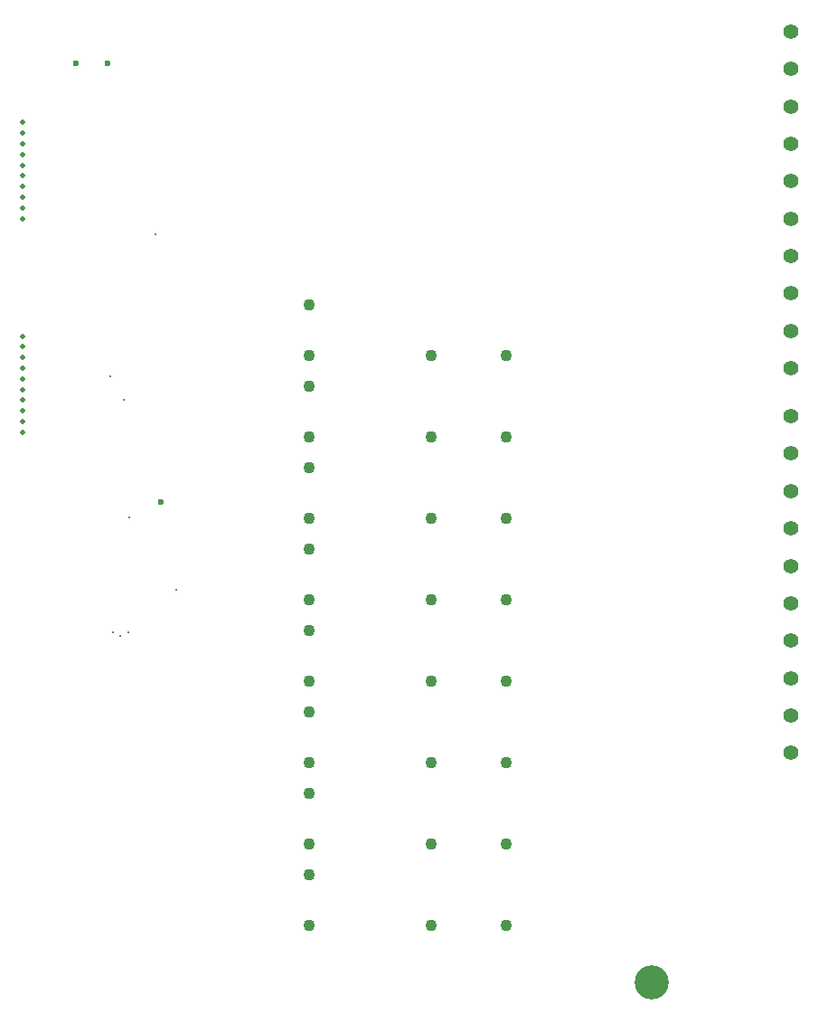
<source format=gbr>
%TF.GenerationSoftware,KiCad,Pcbnew,9.0.0*%
%TF.CreationDate,2025-03-09T10:46:22+03:00*%
%TF.ProjectId,PM_CNV-RQ8,504d5f43-4e56-42d5-9251-382e6b696361,rev?*%
%TF.SameCoordinates,Original*%
%TF.FileFunction,Plated,1,2,PTH,Drill*%
%TF.FilePolarity,Positive*%
%FSLAX46Y46*%
G04 Gerber Fmt 4.6, Leading zero omitted, Abs format (unit mm)*
G04 Created by KiCad (PCBNEW 9.0.0) date 2025-03-09 10:46:22*
%MOMM*%
%LPD*%
G01*
G04 APERTURE LIST*
%TA.AperFunction,ViaDrill*%
%ADD10C,0.300000*%
%TD*%
%TA.AperFunction,ComponentDrill*%
%ADD11C,0.500000*%
%TD*%
%TA.AperFunction,ViaDrill*%
%ADD12C,0.600000*%
%TD*%
%TA.AperFunction,ComponentDrill*%
%ADD13C,1.100000*%
%TD*%
%TA.AperFunction,ComponentDrill*%
%ADD14C,1.400000*%
%TD*%
%TA.AperFunction,ComponentDrill*%
%ADD15C,3.200000*%
%TD*%
G04 APERTURE END LIST*
D10*
X-28774998Y10750000D03*
X-28500000Y-13200000D03*
X-27800000Y-13600000D03*
X-27500000Y8500000D03*
X-27024999Y-13200000D03*
X-27000000Y-2500000D03*
X-24500000Y24000000D03*
X-22555000Y-9250000D03*
D11*
%TO.C,J1*%
X-37000000Y34500000D03*
X-37000000Y33500000D03*
X-37000000Y32500000D03*
X-37000000Y31500000D03*
X-37000000Y30500000D03*
X-37000000Y29500000D03*
X-37000000Y28500000D03*
X-37000000Y27500000D03*
X-37000000Y26500000D03*
X-37000000Y25500000D03*
%TO.C,J20*%
X-37000000Y14500000D03*
X-37000000Y13500000D03*
X-37000000Y12500000D03*
X-37000000Y11500000D03*
X-37000000Y10500000D03*
X-37000000Y9500000D03*
X-37000000Y8500000D03*
X-37000000Y7500000D03*
X-37000000Y6500000D03*
X-37000000Y5500000D03*
%TD*%
D12*
X-32000000Y40000000D03*
X-29000000Y40000000D03*
X-23964866Y-1029918D03*
D13*
%TO.C,K1*%
X-10160000Y17400000D03*
X-10160000Y12700000D03*
%TO.C,K2*%
X-10160000Y9780000D03*
X-10160000Y5080000D03*
%TO.C,K3*%
X-10160000Y2160000D03*
X-10160000Y-2540000D03*
%TO.C,K4*%
X-10160000Y-5460000D03*
X-10160000Y-10160000D03*
%TO.C,K5*%
X-10160000Y-13080000D03*
X-10160000Y-17780000D03*
%TO.C,K6*%
X-10160000Y-20700000D03*
X-10160000Y-25400000D03*
%TO.C,K7*%
X-10160000Y-28320000D03*
X-10160000Y-33020000D03*
%TO.C,K8*%
X-10160000Y-35940000D03*
X-10160000Y-40640000D03*
%TO.C,K1*%
X1340000Y12700000D03*
%TO.C,K2*%
X1340000Y5080000D03*
%TO.C,K3*%
X1340000Y-2540000D03*
%TO.C,K4*%
X1340000Y-10160000D03*
%TO.C,K5*%
X1340000Y-17780000D03*
%TO.C,K6*%
X1340000Y-25400000D03*
%TO.C,K7*%
X1340000Y-33020000D03*
%TO.C,K8*%
X1340000Y-40640000D03*
%TO.C,K1*%
X8340000Y12700000D03*
%TO.C,K2*%
X8340000Y5080000D03*
%TO.C,K3*%
X8340000Y-2540000D03*
%TO.C,K4*%
X8340000Y-10160000D03*
%TO.C,K5*%
X8340000Y-17780000D03*
%TO.C,K6*%
X8340000Y-25400000D03*
%TO.C,K7*%
X8340000Y-33020000D03*
%TO.C,K8*%
X8340000Y-40640000D03*
D14*
%TO.C,J7*%
X35000000Y43000000D03*
X35000000Y39500000D03*
X35000000Y36000000D03*
X35000000Y32500000D03*
X35000000Y29000000D03*
X35000000Y25500000D03*
X35000000Y22000000D03*
X35000000Y18500000D03*
X35000000Y15000000D03*
X35000000Y11500000D03*
%TO.C,J8*%
X35000000Y7000000D03*
X35000000Y3500000D03*
X35000000Y0D03*
X35000000Y-3500000D03*
X35000000Y-7000000D03*
X35000000Y-10500000D03*
X35000000Y-14000000D03*
X35000000Y-17500000D03*
X35000000Y-21000000D03*
X35000000Y-24500000D03*
D15*
%TO.C,PE1*%
X22000000Y-46000000D03*
M02*

</source>
